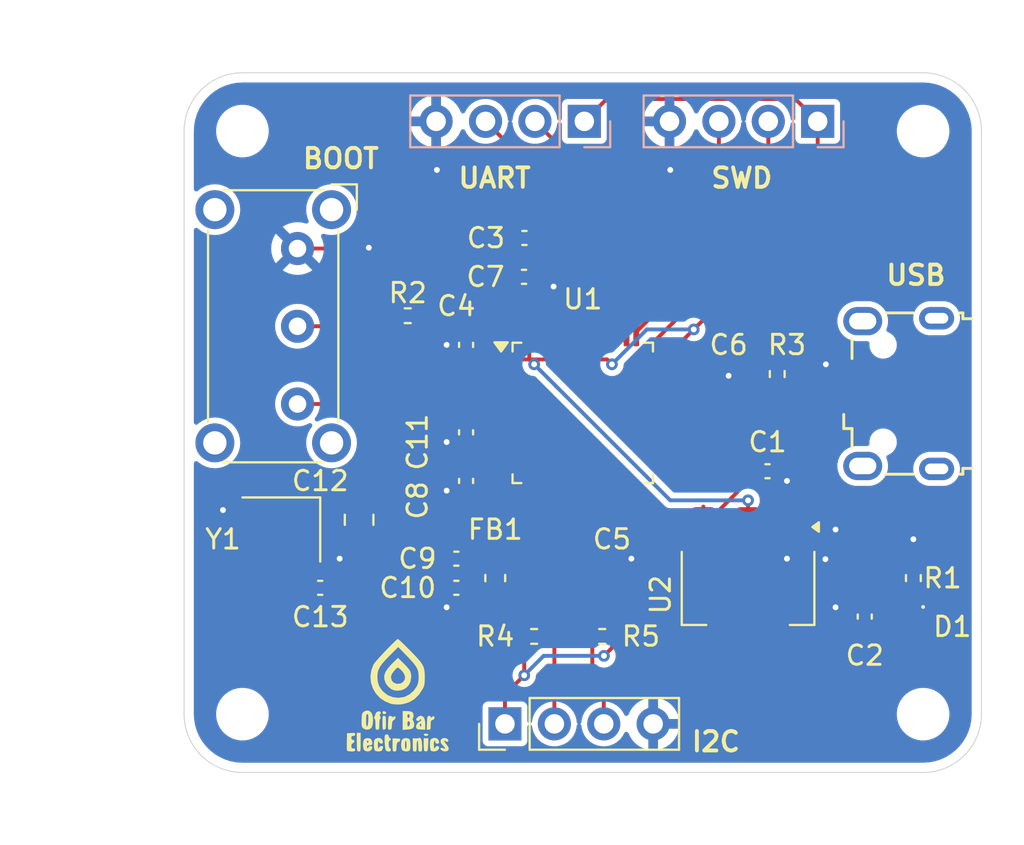
<source format=kicad_pcb>
(kicad_pcb (version 20240108) (generator "pcbnew") (generator_version "8.0")
  (layers (0 "F.Cu" signal) (31 "B.Cu" signal) (34 "B.Paste" user) (35 "F.Paste" user) (36 "B.SilkS" user "B.Silkscreen") (37 "F.SilkS" user "F.Silkscreen") (38 "B.Mask" user) (39 "F.Mask" user) (44 "Edge.Cuts" user))
  (net 0 "")
  (net 1 "GND")
  (net 2 "VBUS")
  (net 3 "+3.3V")
  (net 4 "+3.3VA")
  (net 5 "/NRST")
  (net 6 "/HSE_IN")
  (net 7 "/HSE_OUT")
  (net 8 "/Power_LED_k")
  (net 13 "/USB_D-")
  (net 15 "/USB_D+")
  (net 16 "/SWCLK")
  (net 17 "/SWDIO")
  (net 18 "/UART_Tx")
  (net 19 "/UART_Rx")
  (net 20 "/I2C_SCL")
  (net 21 "/I2C_SDA")
  (net 22 "/BOOT0")
  (net 23 "/SW")
  (footprint "Package_QFP:LQFP-48_7x7mm_P0.5mm" (layer "F.Cu") (at 112.5 74.5)
    (property "Reference" "U1" (at 0 -5.85 0) (layer "F.SilkS"))
    (property "Value" "STM32F103C8T6")
    (pad "1" smd roundrect (at -4.1625 -2.75) (size 1.475 0.3) (layers "F.Cu" "F.Paste" "F.Mask") (net 3 "+3.3V"))
    (pad "2" smd roundrect (at -4.1625 -2.25) (size 1.475 0.3) (layers "F.Cu" "F.Paste" "F.Mask"))
    (pad "3" smd roundrect (at -4.1625 -1.75) (size 1.475 0.3) (layers "F.Cu" "F.Paste" "F.Mask"))
    (pad "4" smd roundrect (at -4.1625 -1.25) (size 1.475 0.3) (layers "F.Cu" "F.Paste" "F.Mask"))
    (pad "5" smd roundrect (at -4.1625 -0.75) (size 1.475 0.3) (layers "F.Cu" "F.Paste" "F.Mask") (net 6 "/HSE_IN"))
    (pad "6" smd roundrect (at -4.1625 -0.25) (size 1.475 0.3) (layers "F.Cu" "F.Paste" "F.Mask") (net 7 "/HSE_OUT"))
    (pad "7" smd roundrect (at -4.1625 0.25) (size 1.475 0.3) (layers "F.Cu" "F.Paste" "F.Mask") (net 5 "/NRST"))
    (pad "8" smd roundrect (at -4.1625 0.75) (size 1.475 0.3) (layers "F.Cu" "F.Paste" "F.Mask") (net 1 "GND"))
    (pad "9" smd roundrect (at -4.1625 1.25) (size 1.475 0.3) (layers "F.Cu" "F.Paste" "F.Mask") (net 4 "+3.3VA"))
    (pad "10" smd roundrect (at -4.1625 1.75) (size 1.475 0.3) (layers "F.Cu" "F.Paste" "F.Mask"))
    (pad "11" smd roundrect (at -4.1625 2.25) (size 1.475 0.3) (layers "F.Cu" "F.Paste" "F.Mask"))
    (pad "12" smd roundrect (at -4.1625 2.75) (size 1.475 0.3) (layers "F.Cu" "F.Paste" "F.Mask"))
    (pad "13" smd roundrect (at -2.75 4.1625) (size 0.3 1.475) (layers "F.Cu" "F.Paste" "F.Mask"))
    (pad "14" smd roundrect (at -2.25 4.1625) (size 0.3 1.475) (layers "F.Cu" "F.Paste" "F.Mask"))
    (pad "15" smd roundrect (at -1.75 4.1625) (size 0.3 1.475) (layers "F.Cu" "F.Paste" "F.Mask"))
    (pad "16" smd roundrect (at -1.25 4.1625) (size 0.3 1.475) (layers "F.Cu" "F.Paste" "F.Mask"))
    (pad "17" smd roundrect (at -0.75 4.1625) (size 0.3 1.475) (layers "F.Cu" "F.Paste" "F.Mask"))
    (pad "18" smd roundrect (at -0.25 4.1625) (size 0.3 1.475) (layers "F.Cu" "F.Paste" "F.Mask"))
    (pad "19" smd roundrect (at 0.25 4.1625) (size 0.3 1.475) (layers "F.Cu" "F.Paste" "F.Mask"))
    (pad "20" smd roundrect (at 0.75 4.1625) (size 0.3 1.475) (layers "F.Cu" "F.Paste" "F.Mask"))
    (pad "21" smd roundrect (at 1.25 4.1625) (size 0.3 1.475) (layers "F.Cu" "F.Paste" "F.Mask") (net 20 "/I2C_SCL"))
    (pad "22" smd roundrect (at 1.75 4.1625) (size 0.3 1.475) (layers "F.Cu" "F.Paste" "F.Mask") (net 21 "/I2C_SDA"))
    (pad "23" smd roundrect (at 2.25 4.1625) (size 0.3 1.475) (layers "F.Cu" "F.Paste" "F.Mask") (net 1 "GND"))
    (pad "24" smd roundrect (at 2.75 4.1625) (size 0.3 1.475) (layers "F.Cu" "F.Paste" "F.Mask") (net 3 "+3.3V"))
    (pad "25" smd roundrect (at 4.1625 2.75) (size 1.475 0.3) (layers "F.Cu" "F.Paste" "F.Mask"))
    (pad "26" smd roundrect (at 4.1625 2.25) (size 1.475 0.3) (layers "F.Cu" "F.Paste" "F.Mask"))
    (pad "27" smd roundrect (at 4.1625 1.75) (size 1.475 0.3) (layers "F.Cu" "F.Paste" "F.Mask"))
    (pad "28" smd roundrect (at 4.1625 1.25) (size 1.475 0.3) (layers "F.Cu" "F.Paste" "F.Mask"))
    (pad "29" smd roundrect (at 4.1625 0.75) (size 1.475 0.3) (layers "F.Cu" "F.Paste" "F.Mask"))
    (pad "30" smd roundrect (at 4.1625 0.25) (size 1.475 0.3) (layers "F.Cu" "F.Paste" "F.Mask"))
    (pad "31" smd roundrect (at 4.1625 -0.25) (size 1.475 0.3) (layers "F.Cu" "F.Paste" "F.Mask"))
    (pad "32" smd roundrect (at 4.1625 -0.75) (size 1.475 0.3) (layers "F.Cu" "F.Paste" "F.Mask") (net 13 "/USB_D-"))
    (pad "33" smd roundrect (at 4.1625 -1.25) (size 1.475 0.3) (layers "F.Cu" "F.Paste" "F.Mask") (net 15 "/USB_D+"))
    (pad "34" smd roundrect (at 4.1625 -1.75) (size 1.475 0.3) (layers "F.Cu" "F.Paste" "F.Mask") (net 17 "/SWDIO"))
    (pad "35" smd roundrect (at 4.1625 -2.25) (size 1.475 0.3) (layers "F.Cu" "F.Paste" "F.Mask") (net 1 "GND"))
    (pad "36" smd roundrect (at 4.1625 -2.75) (size 1.475 0.3) (layers "F.Cu" "F.Paste" "F.Mask") (net 3 "+3.3V"))
    (pad "37" smd roundrect (at 2.75 -4.1625) (size 0.3 1.475) (layers "F.Cu" "F.Paste" "F.Mask") (net 16 "/SWCLK"))
    (pad "38" smd roundrect (at 2.25 -4.1625) (size 0.3 1.475) (layers "F.Cu" "F.Paste" "F.Mask"))
    (pad "39" smd roundrect (at 1.75 -4.1625) (size 0.3 1.475) (layers "F.Cu" "F.Paste" "F.Mask"))
    (pad "40" smd roundrect (at 1.25 -4.1625) (size 0.3 1.475) (layers "F.Cu" "F.Paste" "F.Mask"))
    (pad "41" smd roundrect (at 0.75 -4.1625) (size 0.3 1.475) (layers "F.Cu" "F.Paste" "F.Mask"))
    (pad "42" smd roundrect (at 0.25 -4.1625) (size 0.3 1.475) (layers "F.Cu" "F.Paste" "F.Mask") (net 18 "/UART_Tx"))
    (pad "43" smd roundrect (at -0.25 -4.1625) (size 0.3 1.475) (layers "F.Cu" "F.Paste" "F.Mask") (net 19 "/UART_Rx"))
    (pad "44" smd roundrect (at -0.75 -4.1625) (size 0.3 1.475) (layers "F.Cu" "F.Paste" "F.Mask") (net 22 "/BOOT0"))
    (pad "45" smd roundrect (at -1.25 -4.1625) (size 0.3 1.475) (layers "F.Cu" "F.Paste" "F.Mask"))
    (pad "46" smd roundrect (at -1.75 -4.1625) (size 0.3 1.475) (layers "F.Cu" "F.Paste" "F.Mask"))
    (pad "47" smd roundrect (at -2.25 -4.1625) (size 0.3 1.475) (layers "F.Cu" "F.Paste" "F.Mask") (net 1 "GND"))
    (pad "48" smd roundrect (at -2.75 -4.1625) (size 0.3 1.475) (layers "F.Cu" "F.Paste" "F.Mask") (net 3 "+3.3V"))
  )
  (footprint "Resistor_SMD:R_0402_1005Metric" (layer "F.Cu") (at 103.5 69.5)
    (property "Reference" "R2" (at 0 -1.17 0) (layer "F.SilkS"))
    (property "Value" "10k")
    (pad "1" smd roundrect (at -0.51 0) (size 0.54 0.64) (layers "F.Cu" "F.Paste" "F.Mask") (net 23 "/SW"))
    (pad "2" smd roundrect (at 0.51 0) (size 0.54 0.64) (layers "F.Cu" "F.Paste" "F.Mask") (net 22 "/BOOT0"))
  )
  (footprint "Package_TO_SOT_SMD:SOT-223-3_TabPin2" (layer "F.Cu") (at 121 83.5 -90)
    (property "Reference" "U2" (at 0.35 4.5 90) (layer "F.SilkS"))
    (property "Value" "AMS1117-3.3")
    (pad "1" smd roundrect (at -3.15 -2.3 270) (size 2 1.5) (layers "F.Cu" "F.Paste" "F.Mask") (net 1 "GND"))
    (pad "2" smd roundrect (at -3.15 0 270) (size 2 1.5) (layers "F.Cu" "F.Paste" "F.Mask") (net 3 "+3.3V"))
    (pad "2" smd roundrect (at 3.15 0 270) (size 2 3.8) (layers "F.Cu" "F.Paste" "F.Mask") (net 3 "+3.3V"))
    (pad "3" smd roundrect (at -3.15 2.3 270) (size 2 1.5) (layers "F.Cu" "F.Paste" "F.Mask") (net 2 "VBUS"))
  )
  (footprint "Connector_USB:USB_Micro-B_Wuerth_629105150521" (layer "F.Cu") (at 128.745 73.505 90)
    (property "Reference" "J1")
    (property "Value" "USB_B_Micro")
    (pad "" np_thru_hole oval (at -2.5 -0.8 90) (size 0.8 0.8) (drill 0.8) (layers "*.Cu" "*.Mask"))
    (pad "" np_thru_hole oval (at 2.5 -0.8 90) (size 0.8 0.8) (drill 0.8) (layers "*.Cu" "*.Mask"))
    (pad "1" smd rect (at -1.3 -1.9 90) (size 0.45 1.3) (layers "F.Cu" "F.Paste" "F.Mask") (net 2 "VBUS"))
    (pad "2" smd rect (at -0.65 -1.9 90) (size 0.45 1.3) (layers "F.Cu" "F.Paste" "F.Mask") (net 13 "/USB_D-"))
    (pad "3" smd rect (at 0 -1.9 90) (size 0.45 1.3) (layers "F.Cu" "F.Paste" "F.Mask") (net 15 "/USB_D+"))
    (pad "4" smd rect (at 0.65 -1.9 90) (size 0.45 1.3) (layers "F.Cu" "F.Paste" "F.Mask"))
    (pad "5" smd rect (at 1.3 -1.9 90) (size 0.45 1.3) (layers "F.Cu" "F.Paste" "F.Mask") (net 1 "GND"))
    (pad "6" thru_hole oval (at -3.875 1.95 90) (size 1.15 1.8) (drill oval 0.55 1.2) (layers "*.Cu" "*.Mask"))
    (pad "6" thru_hole oval (at -3.725 -1.85 90) (size 1.45 2) (drill oval 0.85 1.4) (layers "*.Cu" "*.Mask"))
    (pad "6" thru_hole oval (at 3.725 -1.85 90) (size 1.45 2) (drill oval 0.85 1.4) (layers "*.Cu" "*.Mask"))
    (pad "6" thru_hole oval (at 3.875 1.95 90) (size 1.15 1.8) (drill oval 0.55 1.2) (layers "*.Cu" "*.Mask"))
  )
  (footprint "MountingHole:MountingHole_2.2mm_M2" (layer "F.Cu") (at 130 60)
    (property "Reference" "H4")
    (property "Value" "MountingHole")
    (pad "" np_thru_hole circle (at 0 0) (size 2.2 2.2) (drill 2.2) (layers "*.Cu" "*.Mask"))
  )
  (footprint "Resistor_SMD:R_0402_1005Metric" (layer "F.Cu") (at 110 86 180)
    (property "Reference" "R4" (at 2 0 360) (layer "F.SilkS"))
    (property "Value" "1k5")
    (pad "1" smd roundrect (at -0.51 0 180) (size 0.54 0.64) (layers "F.Cu" "F.Paste" "F.Mask") (net 20 "/I2C_SCL"))
    (pad "2" smd roundrect (at 0.51 0 180) (size 0.54 0.64) (layers "F.Cu" "F.Paste" "F.Mask") (net 3 "+3.3V"))
  )
  (footprint "MountingHole:MountingHole_2.2mm_M2" (layer "F.Cu") (at 130 90)
    (property "Reference" "H2")
    (property "Value" "MountingHole")
    (pad "" np_thru_hole circle (at 0 0) (size 2.2 2.2) (drill 2.2) (layers "F&B.Cu" "*.Mask"))
  )
  (footprint "Crystal:Crystal_SMD_3225-4Pin_3.2x2.5mm" (layer "F.Cu") (at 97 80.5 180)
    (property "Reference" "Y1" (at 3 -0.5 -0) (layer "F.SilkS"))
    (property "Value" "16Mhz")
    (pad "1" smd rect (at -1.1 0.85 180) (size 1.4 1.2) (layers "F.Cu" "F.Paste" "F.Mask") (net 6 "/HSE_IN"))
    (pad "2" smd rect (at 1.1 0.85 180) (size 1.4 1.2) (layers "F.Cu" "F.Paste" "F.Mask") (net 1 "GND"))
    (pad "3" smd rect (at 1.1 -0.85 180) (size 1.4 1.2) (layers "F.Cu" "F.Paste" "F.Mask") (net 7 "/HSE_OUT"))
    (pad "4" smd rect (at -1.1 -0.85 180) (size 1.4 1.2) (layers "F.Cu" "F.Paste" "F.Mask") (net 1 "GND"))
  )
  (footprint "Capacitor_SMD:C_0402_1005Metric" (layer "F.Cu") (at 122 77.5)
    (property "Reference" "C1" (at 0 -1.5 360) (layer "F.SilkS"))
    (property "Value" "22u")
    (pad "1" smd roundrect (at -0.48 0) (size 0.56 0.62) (layers "F.Cu" "F.Paste" "F.Mask") (net 2 "VBUS"))
    (pad "2" smd roundrect (at 0.48 0) (size 0.56 0.62) (layers "F.Cu" "F.Paste" "F.Mask") (net 1 "GND"))
  )
  (footprint "Inductor_SMD:L_0603_1608Metric" (layer "F.Cu") (at 108 83 -90)
    (property "Reference" "FB1" (at -2.5 0 180) (layer "F.SilkS"))
    (property "Value" "120R")
    (pad "1" smd roundrect (at -0.7875 0 270) (size 0.875 0.95) (layers "F.Cu" "F.Paste" "F.Mask") (net 4 "+3.3VA"))
    (pad "2" smd roundrect (at 0.7875 0 270) (size 0.875 0.95) (layers "F.Cu" "F.Paste" "F.Mask") (net 3 "+3.3V"))
  )
  (footprint "Capacitor_SMD:C_0402_1005Metric" (layer "F.Cu") (at 106 82 180)
    (property "Reference" "C9" (at 2 0 360) (layer "F.SilkS"))
    (property "Value" "1u")
    (pad "1" smd roundrect (at -0.48 0 180) (size 0.56 0.62) (layers "F.Cu" "F.Paste" "F.Mask") (net 4 "+3.3VA"))
    (pad "2" smd roundrect (at 0.48 0 180) (size 0.56 0.62) (layers "F.Cu" "F.Paste" "F.Mask") (net 1 "GND"))
  )
  (footprint "Button_Switch_THT:SW_E-Switch_EG1224_SPDT_Angled" (layer "F.Cu") (at 97.8325 66.0425 -90)
    (property "Reference" "SW1" (hide yes))
    (property "Value" "SW_SPDT")
    (pad "" thru_hole circle (at -2 -1.75 270) (size 2 2) (drill 1.2) (layers "*.Cu" "*.Mask"))
    (pad "" thru_hole circle (at -2 4.25 270) (size 2 2) (drill 1.2) (layers "*.Cu" "*.Mask"))
    (pad "" thru_hole circle (at 10 -1.75 270) (size 2 2) (drill 1.2) (layers "*.Cu" "*.Mask"))
    (pad "" thru_hole circle (at 10 4.25 270) (size 2 2) (drill 1.2) (layers "*.Cu" "*.Mask"))
    (pad "1" thru_hole circle (at 0 0 270) (size 1.7 1.7) (drill 0.9) (layers "*.Cu" "*.Mask") (net 1 "GND"))
    (pad "2" thru_hole circle (at 4 0 270) (size 1.7 1.7) (drill 0.9) (layers "*.Cu" "*.Mask") (net 23 "/SW"))
    (pad "3" thru_hole circle (at 8 0 270) (size 1.7 1.7) (drill 0.9) (layers "*.Cu" "*.Mask") (net 3 "+3.3V"))
  )
  (footprint "Capacitor_SMD:C_0805_2012Metric" (layer "F.Cu") (at 101 80 -90)
    (property "Reference" "C12" (at -2 2 360) (layer "F.SilkS"))
    (property "Value" "10p")
    (pad "1" smd roundrect (at -0.95 0 270) (size 1 1.45) (layers "F.Cu" "F.Paste" "F.Mask") (net 6 "/HSE_IN"))
    (pad "2" smd roundrect (at 0.95 0 270) (size 1 1.45) (layers "F.Cu" "F.Paste" "F.Mask") (net 1 "GND"))
  )
  (footprint "Capacitor_SMD:C_0402_1005Metric" (layer "F.Cu") (at 106.5 71 90)
    (property "Reference" "C4" (at 2 -0.5 360) (layer "F.SilkS"))
    (property "Value" "100n")
    (pad "1" smd roundrect (at -0.48 0 90) (size 0.56 0.62) (layers "F.Cu" "F.Paste" "F.Mask") (net 3 "+3.3V"))
    (pad "2" smd roundrect (at 0.48 0 90) (size 0.56 0.62) (layers "F.Cu" "F.Paste" "F.Mask") (net 1 "GND"))
  )
  (footprint "Capacitor_SMD:C_0402_1005Metric" (layer "F.Cu") (at 127 84.98 90)
    (property "Reference" "C2" (at -2 0 180) (layer "F.SilkS"))
    (property "Value" "22u")
    (pad "1" smd roundrect (at -0.48 0 90) (size 0.56 0.62) (layers "F.Cu" "F.Paste" "F.Mask") (net 3 "+3.3V"))
    (pad "2" smd roundrect (at 0.48 0 90) (size 0.56 0.62) (layers "F.Cu" "F.Paste" "F.Mask") (net 1 "GND"))
  )
  (footprint "Capacitor_SMD:C_0402_1005Metric" (layer "F.Cu") (at 106.5 75.5 -90)
    (property "Reference" "C11" (at 0.5 2.5 90) (layer "F.SilkS"))
    (property "Value" "100n")
    (pad "1" smd roundrect (at -0.48 0 270) (size 0.56 0.62) (layers "F.Cu" "F.Paste" "F.Mask") (net 5 "/NRST"))
    (pad "2" smd roundrect (at 0.48 0 270) (size 0.56 0.62) (layers "F.Cu" "F.Paste" "F.Mask") (net 1 "GND"))
  )
  (footprint "MountingHole:MountingHole_2.2mm_M2" (layer "F.Cu") (at 95 60)
    (property "Reference" "H3")
    (property "Value" "MountingHole")
    (pad "" np_thru_hole circle (at 0 0) (size 2.2 2.2) (drill 2.2) (layers "*.Cu" "*.Mask"))
  )
  (footprint "Capacitor_SMD:C_0402_1005Metric" (layer "F.Cu") (at 109.48 67.5)
    (property "Reference" "C7" (at -1.98 0 0) (layer "F.SilkS"))
    (property "Value" "100n")
    (pad "1" smd roundrect (at -0.48 0) (size 0.56 0.62) (layers "F.Cu" "F.Paste" "F.Mask") (net 3 "+3.3V"))
    (pad "2" smd roundrect (at 0.48 0) (size 0.56 0.62) (layers "F.Cu" "F.Paste" "F.Mask") (net 1 "GND"))
  )
  (footprint "Capacitor_SMD:C_0402_1005Metric" (layer "F.Cu") (at 99 83.5)
    (property "Reference" "C13" (at 0 1.5 360) (layer "F.SilkS"))
    (property "Value" "10p")
    (pad "1" smd roundrect (at -0.48 0) (size 0.56 0.62) (layers "F.Cu" "F.Paste" "F.Mask") (net 7 "/HSE_OUT"))
    (pad "2" smd roundrect (at 0.48 0) (size 0.56 0.62) (layers "F.Cu" "F.Paste" "F.Mask") (net 1 "GND"))
  )
  (footprint "Capacitor_SMD:C_0201_0603Metric" (layer "F.Cu") (at 116 81 180)
    (property "Reference" "C5" (at 2 0 360) (layer "F.SilkS"))
    (property "Value" "100n")
    (pad "1" smd roundrect (at -0.32 0 180) (size 0.46 0.4) (layers "F.Cu" "F.Mask") (net 3 "+3.3V"))
    (pad "2" smd roundrect (at 0.32 0 180) (size 0.46 0.4) (layers "F.Cu" "F.Mask") (net 1 "GND"))
  )
  (footprint "Connector_PinHeader_2.54mm:PinHeader_1x04_P2.54mm_Vertical" (layer "F.Cu") (at 108.5 90.5 90)
    (property "Reference" "J4")
    (property "Value" "Conn_01x04_Pin")
    (pad "1" thru_hole rect (at 0 0 90) (size 1.7 1.7) (drill 1) (layers "*.Cu" "*.Mask") (net 3 "+3.3V"))
    (pad "2" thru_hole oval (at 0 2.54 90) (size 1.7 1.7) (drill 1) (layers "*.Cu" "*.Mask") (net 20 "/I2C_SCL"))
    (pad "3" thru_hole oval (at 0 5.08 90) (size 1.7 1.7) (drill 1) (layers "*.Cu" "*.Mask") (net 21 "/I2C_SDA"))
    (pad "4" thru_hole oval (at 0 7.62 90) (size 1.7 1.7) (drill 1) (layers "*.Cu" "*.Mask") (net 1 "GND"))
  )
  (footprint "Resistor_SMD:R_0402_1005Metric" (layer "F.Cu") (at 122.5 72.5 90)
    (property "Reference" "R3" (at 1.5 0.5 180) (layer "F.SilkS"))
    (property "Value" "1k5")
    (pad "1" smd roundrect (at -0.51 0 90) (size 0.54 0.64) (layers "F.Cu" "F.Paste" "F.Mask") (net 15 "/USB_D+"))
    (pad "2" smd roundrect (at 0.51 0 90) (size 0.54 0.64) (layers "F.Cu" "F.Paste" "F.Mask") (net 3 "+3.3V"))
  )
  (footprint "Capacitor_SMD:C_0402_1005Metric" (layer "F.Cu") (at 106.5 78 -90)
    (property "Reference" "C8" (at 1 2.5 90) (layer "F.SilkS"))
    (property "Value" "10u")
    (pad "1" smd roundrect (at -0.48 0 270) (size 0.56 0.62) (layers "F.Cu" "F.Paste" "F.Mask") (net 4 "+3.3VA"))
    (pad "2" smd roundrect (at 0.48 0 270) (size 0.56 0.62) (layers "F.Cu" "F.Paste" "F.Mask") (net 1 "GND"))
  )
  (footprint "LOGO" (layer "F.Cu") (at 103 89)
    (property "Reference" "G***")
    (property "Value" "LOGO" (hide yes))
  )
  (footprint "Capacitor_SMD:C_0402_1005Metric" (layer "F.Cu") (at 109.5 65.5)
    (property "Reference" "C3" (at -1.98 0 0) (layer "F.SilkS"))
    (property "Value" "10u")
    (pad "1" smd roundrect (at -0.48 0) (size 0.56 0.62) (layers "F.Cu" "F.Paste" "F.Mask") (net 3 "+3.3V"))
    (pad "2" smd roundrect (at 0.48 0) (size 0.56 0.62) (layers "F.Cu" "F.Paste" "F.Mask") (net 1 "GND"))
  )
  (footprint "Resistor_SMD:R_0402_1005Metric" (layer "F.Cu") (at 113.5 86)
    (property "Reference" "R5" (at 1.99 0 0) (layer "F.SilkS"))
    (property "Value" "1k5")
    (pad "1" smd roundrect (at -0.51 0) (size 0.54 0.64) (layers "F.Cu" "F.Paste" "F.Mask") (net 21 "/I2C_SDA"))
    (pad "2" smd roundrect (at 0.51 0) (size 0.54 0.64) (layers "F.Cu" "F.Paste" "F.Mask") (net 3 "+3.3V"))
  )
  (footprint "Capacitor_SMD:C_0402_1005Metric" (layer "F.Cu") (at 106 83.5 180)
    (property "Reference" "C10" (at 2.5 0 360) (layer "F.SilkS"))
    (property "Value" "1u")
    (pad "1" smd roundrect (at -0.48 0 180) (size 0.56 0.62) (layers "F.Cu" "F.Paste" "F.Mask") (net 3 "+3.3V"))
    (pad "2" smd roundrect (at 0.48 0 180) (size 0.56 0.62) (layers "F.Cu" "F.Paste" "F.Mask") (net 1 "GND"))
  )
  (footprint "LED_SMD:LED_0201_0603Metric" (layer "F.Cu") (at 130 85.345 -90)
    (property "Reference" "D1" (at 0.155 -1.5 180) (layer "F.SilkS"))
    (property "Value" "RED")
    (pad "1" smd roundrect (at -0.32 0 270) (size 0.46 0.4) (layers "F.Cu" "F.Mask") (net 8 "/Power_LED_k"))
    (pad "2" smd roundrect (at 0.32 0 270) (size 0.46 0.4) (layers "F.Cu" "F.Mask") (net 3 "+3.3V"))
  )
  (footprint "Resistor_SMD:R_0402_1005Metric" (layer "F.Cu") (at 129.5 83 -90)
    (property "Reference" "R1" (at 0 -1.5 360) (layer "F.SilkS"))
    (property "Value" "1k5")
    (pad "1" smd roundrect (at -0.51 0 270) (size 0.54 0.64) (layers "F.Cu" "F.Paste" "F.Mask") (net 1 "GND"))
    (pad "2" smd roundrect (at 0.51 0 270) (size 0.54 0.64) (layers "F.Cu" "F.Paste" "F.Mask") (net 8 "/Power_LED_k"))
  )
  (footprint "MountingHole:MountingHole_2.2mm_M2" (layer "F.Cu") (at 95 90)
    (property "Reference" "H1")
    (property "Value" "MountingHole")
    (pad "" np_thru_hole circle (at 0 0) (size 2.2 2.2) (drill 2.2) (layers "*.Cu" "*.Mask"))
  )
  (footprint "Capacitor_SMD:C_0201_0603Metric" (layer "F.Cu") (at 118.5 72 -90)
    (property "Reference" "C6" (at -1 -1.5 360) (layer "F.SilkS"))
    (property "Value" "100n")
    (pad "1" smd roundrect (at -0.32 0 270) (size 0.46 0.4) (layers "F.Cu" "F.Mask") (net 3 "+3.3V"))
    (pad "2" smd roundrect (at 0.32 0 270) (size 0.46 0.4) (layers "F.Cu" "F.Mask") (net 1 "GND"))
  )
  (footprint "Connector_PinHeader_2.54mm:PinHeader_1x04_P2.54mm_Vertical" (layer "B.Cu") (at 124.58 59.5 90)
    (property "Reference" "J3")
    (property "Value" "Conn_01x04_Pin")
    (pad "1" thru_hole rect (at 0 0 90) (size 1.7 1.7) (drill 1) (layers "*.Cu" "*.Mask") (net 3 "+3.3V"))
    (pad "2" thru_hole oval (at 0 -2.54 90) (size 1.7 1.7) (drill 1) (layers "*.Cu" "*.Mask") (net 17 "/SWDIO"))
    (pad "3" thru_hole oval (at 0 -5.08 90) (size 1.7 1.7) (drill 1) (layers "*.Cu" "*.Mask") (net 16 "/SWCLK"))
    (pad "4" thru_hole oval (at 0 -7.62 90) (size 1.7 1.7) (drill 1) (layers "*.Cu" "*.Mask") (net 1 "GND"))
  )
  (footprint "Connector_PinHeader_2.54mm:PinHeader_1x04_P2.54mm_Vertical" (layer "B.Cu") (at 112.58 59.5 90)
    (property "Reference" "J2")
    (property "Value" "Conn_01x04_Pin")
    (pad "1" thru_hole rect (at 0 0 90) (size 1.7 1.7) (drill 1) (layers "*.Cu" "*.Mask") (net 3 "+3.3V"))
    (pad "2" thru_hole oval (at 0 -2.54 90) (size 1.7 1.7) (drill 1) (layers "*.Cu" "*.Mask") (net 18 "/UART_Tx"))
    (pad "3" thru_hole oval (at 0 -5.08 90) (size 1.7 1.7) (drill 1) (layers "*.Cu" "*.Mask") (net 19 "/UART_Rx"))
    (pad "4" thru_hole oval (at 0 -7.62 90) (size 1.7 1.7) (drill 1) (layers "*.Cu" "*.Mask") (net 1 "GND"))
  )
  (gr_arc (start 92 60) (mid 92.87868 57.87868) (end 95 57) (stroke (width 0.05)) (layer "Edge.Cuts"))
  (gr_line (start 130 57) (end 100 57) (stroke (width 0.05)) (layer "Edge.Cuts"))
  (gr_line (start 100 57) (end 95 57) (stroke (width 0.05)) (layer "Edge.Cuts"))
  (gr_arc (start 130 57) (mid 132.12132 57.87868) (end 133 60) (stroke (width 0.05)) (layer "Edge.Cuts"))
  (gr_arc (start 95 93) (mid 92.87868 92.12132) (end 92 90) (stroke (width 0.05)) (layer "Edge.Cuts"))
  (gr_line (start 133 90) (end 133 60) (stroke (width 0.05)) (layer "Edge.Cuts"))
  (gr_line (start 95 93) (end 130 93) (stroke (width 0.05)) (layer "Edge.Cuts"))
  (gr_line (start 92 60) (end 92 90) (stroke (width 0.05)) (layer "Edge.Cuts"))
  (gr_arc (start 133 90) (mid 132.12132 92.12132) (end 130 93) (stroke (width 0.05)) (layer "Edge.Cuts"))
  (gr_text "BOOT\n" (at 98 62 0) (layer "F.SilkS") (effects (font (size 1 1) (thickness 0.2) (bold yes)) (justify left bottom)))
  (gr_text "USB" (at 128 68 0) (layer "F.SilkS") (effects (font (size 1 1) (thickness 0.2) (bold yes)) (justify left bottom)))
  (gr_text "UART" (at 106 63 0) (layer "F.SilkS") (effects (font (size 1 1) (thickness 0.2) (bold yes)) (justify left bottom)))
  (gr_text "SWD\n" (at 119 63 0) (layer "F.SilkS") (effects (font (size 1 1) (thickness 0.2) (bold yes)) (justify left bottom)))
  (gr_text "I2C" (at 118 92 0) (layer "F.SilkS") (effects (font (size 1 1) (thickness 0.2) (bold yes)) (justify left bottom)))
  (segment (start 109.98 67.02) (end 109.98 65.5) (width 0.2) (layer "F.Cu") (net 1))
  (segment (start 115.68 81.32) (end 115 82) (width 0.18) (layer "F.Cu") (net 1))
  (segment (start 123.3 80.35) (end 124.975 82.025) (width 0.2) (layer "F.Cu") (net 1))
  (segment (start 105.52 78.48) (end 105.5 78.5) (width 0.2) (layer "F.Cu") (net 1))
  (segment (start 114.75 80.07) (end 115.68 81) (width 0.18) (layer "F.Cu") (net 1))
  (segment (start 106.5 78.48) (end 105.52 78.48) (width 0.2) (layer "F.Cu") (net 1))
  (segment (start 124.975 82.025) (end 127 84.05) (width 0.2) (layer "F.Cu") (net 1))
  (segment (start 122.5 77.5) (end 123 78) (width 0.2) (layer "F.Cu") (net 1))
  (segment (start 127.5 84.5) (end 129.5 82.5) (width 0.2) (layer "F.Cu") (net 1))
  (segment (start 123.3 80.35) (end 125.35 80.35) (width 0.2) (layer "F.Cu") (net 1))
  (segment (start 110.25 68.75) (end 111 68) (width 0.2) (layer "F.Cu") (net 1))
  (segment (start 95.9 79.65) (end 94.15 79.65) (width 0.2) (layer "F.Cu") (net 1))
  (segment (start 106.5 75.98) (end 105.52 75.98) (width 0.2) (layer "F.Cu") (net 1))
  (segment (start 127 84.05) (end 127 84.5) (width 0.2) (layer "F.Cu") (net 1))
  (segment (start 110.25 70.3375) (end 110.25 68.75) (width 0.2) (layer "F.Cu") (net 1))
  (segment (start 94.15 79.65) (end 94 79.5) (width 0.2) (layer "F.Cu") (net 1))
  (segment (start 129.5 82.5) (end 129.5 82.49) (width 0.2) (layer "F.Cu") (net 1))
  (segment (start 127 84.5) (end 127.5 84.5) (width 0.2) (layer "F.Cu") (net 1))
  (segment (start 109.96 67.5) (end 109.96 67.04) (width 0.2) (layer "F.Cu") (net 1))
  (segment (start 101.4575 66.0425) (end 97.8325 66.0425) (width 0.2) (layer "F.Cu") (net 1))
  (segment (start 106.5 78.48) (end 106.5 79.5) (width 0.2) (layer "F.Cu") (net 1))
  (segment (start 123.3 81.7) (end 123 82) (width 0.2) (layer "F.Cu") (net 1))
  (segment (start 116.6625 72.25) (end 118.43 72.25) (width 0.18) (layer "F.Cu") (net 1))
  (segment (start 98 81.35) (end 98.1 81.35) (width 0.2) (layer "F.Cu") (net 1))
  (segment (start 123.3 80.35) (end 123.3 79.32) (width 0.2) (layer "F.Cu") (net 1))
  (segment (start 101.5 66) (end 101.4575 66.0425) (width 0.2) (layer "F.Cu") (net 1))
  (segment (start 126.845 72.205) (end 125.205 72.205) (width 0.2) (layer "F.Cu") (net 1))
  (segment (start 114.75 78.6625) (end 114.75 80.07) (width 0.18) (layer "F.Cu") (net 1))
  (segment (start 107.23 75.25) (end 106.5 75.98) (width 0.2) (layer "F.Cu") (net 1))
  (segment (start 105.52 75.98) (end 105.5 76) (width 0.2) (layer "F.Cu") (net 1))
  (segment (start 109.96 67.04) (end 109.98 67.02) (width 0.2) (layer "F.Cu") (net 1))
  (segment (start 105 61.5) (end 104.96 61.46) (width 0.2) (layer "F.Cu") (net 1))
  (segment (start 105.52 80.52) (end 105.52 82) (width 0.2) (layer "F.Cu") (net 1))
  (segment (start 95.9 79.65) (end 96.3 79.65) (width 0.2) (layer "F.Cu") (net 1))
  (segment (start 98.1 81.35) (end 100.6 81.35) (width 0.2) (layer "F.Cu") (net 1))
  (segment (start 110.25 68.75) (end 109.96 68.46) (width 0.2) (layer "F.Cu") (net 1))
  (segment (start 115.68 81) (end 115.68 81.32) (width 0.18) (layer "F.Cu") (net 1))
  (segment (start 125.35 80.35) (end 125.5 80.5) (width 0.2) (layer "F.Cu") (net 1))
  (segment (start 105.52 83.5) (end 105.52 84.48) (width 0.2) (layer "F.Cu") (net 1))
  (segment (start 105.5 80.5) (end 105.52 80.52) (width 0.2) (layer "F.Cu") (net 1))
  (segment (start 106.5 70.52) (end 105.98 70.52) (width 0.2) (layer "F.Cu") (net 1))
  (segment (start 117 62) (end 116.96 61.96) (width 0.2) (layer "F.Cu") (net 1))
  (segment (start 122.48 77.5) (end 122.5 77.5) (width 0.2) (layer "F.Cu") (net 1))
  (segment (start 125.205 72.205) (end 125 72) (width 0.2) (layer "F.Cu") (net 1))
  (segment (start 101 81) (end 100 82) (width 0.2) (layer "F.Cu") (net 1))
  (segment (start 119.230388 72.32) (end 119.500388 72.59) (width 0.18) (layer "F.Cu") (net 1))
  (segment (start 98.1 81.35) (end 99.48 82.73) (width 0.2) (layer "F.Cu") (net 1))
  (segment (start 129.5 82.49) (end 129.5 81) (width 0.2) (layer "F.Cu") (net 1))
  (segment (start 96.3 79.65) (end 98 81.35) (width 0.2) (layer "F.Cu") (net 1))
  (segment (start 105.52 84.48) (end 105.5 84.5) (width 0.2) (layer "F.Cu") (net 1))
  (segment (start 100.6 81.35) (end 101 80.95) (width 0.2) (layer "F.Cu") (net 1))
  (segment (start 104.96 61.46) (end 104.96 59.5) (width 0.2) (layer "F.Cu") (net 1))
  (segment (start 108.3375 75.25) (end 107.23 75.25) (width 0.2) (layer "F.Cu") (net 1))
  (segment (start 105 62) (end 105 61.5) (width 0.2) (layer "F.Cu") (net 1))
  (segment (start 105.52 82) (end 105.52 83.5) (width 0.2) (layer "F.Cu") (net 1))
  (segment (start 106.5 79.5) (end 105.5 80.5) (width 0.2) (layer "F.Cu") (net 1))
  (segment (start 118.43 72.25) (end 118.5 72.32) (width 0.2) (layer "F.Cu") (net 1))
  (segment (start 116.96 61.96) (end 116.96 59.5) (width 0.2) (layer "F.Cu") (net 1))
  (segment (start 123.3 80.35) (end 123.3 81.7) (width 0.2) (layer "F.Cu") (net 1))
  (segment (start 101 80.95) (end 101 81) (width 0.2) (layer "F.Cu") (net 1))
  (segment (start 109.96 68.46) (end 109.96 67.5) (width 0.2) (layer "F.Cu") (net 1))
  (segment (start 127 84.5) (end 125.5 84.5) (width 0.2) (layer "F.Cu") (net 1))
  (segment (start 119.500388 72.59) (end 120 72.59) (width 0.18) (layer "F.Cu") (net 1))
  (segment (start 99.48 82.73) (end 99.48 83.5) (width 0.2) (layer "F.Cu") (net 1))
  (segment (start 118.5 72.32) (end 119.230388 72.32) (width 0.18) (layer "F.Cu") (net 1))
  (segment (start 105.98 70.52) (end 105.5 71) (width 0.2) (layer "F.Cu") (net 1))
  (segment (start 97.85 81.35) (end 98.1 81.35) (width 0.2) (layer "F.Cu") (net 1))
  (via (at 125 72) (size 0.6) (drill 0.3) (layers "F.Cu" "B.Cu") (net 1))
  (via (at 105 62) (size 0.6) (drill 0.3) (layers "F.Cu" "B.Cu") (net 1))
  (via (at 123 78) (size 0.6) (drill 0.3) (layers "F.Cu" "B.Cu") (net 1))
  (via (at 125.5 80.5) (size 0.6) (drill 0.3) (layers "F.Cu" "B.Cu") (net 1))
  (via (at 100 82) (size 0.6) (drill 0.3) (layers "F.Cu" "B.Cu") (net 1))
  (via (at 125.5 84.5) (size 0.6) (drill 0.3) (layers "F.Cu" "B.Cu") (net 1))
  (via (at 105.5 78.5) (size 0.6) (drill 0.3) (layers "F.Cu" "B.Cu") (net 1))
  (via (at 124.975 82.025) (size 0.6) (drill 0.3) (layers "F.Cu" "B.Cu") (net 1))
  (via (at 105.5 76) (size 0.6) (drill 0.3) (layers "F.Cu" "B.Cu") (net 1))
  (via (at 129.5 81) (size 0.6) (drill 0.3) (layers "F.Cu" "B.Cu") (net 1))
  (via (at 105.5 71) (size 0.6) (drill 0.3) (layers "F.Cu" "B.Cu") (net 1))
  (via (at 115 82) (size 0.6) (drill 0.3) (layers "F.Cu" "B.Cu") (net 1))
  (via (at 111 68) (size 0.6) (drill 0.3) (layers "F.Cu" "B.Cu") (net 1))
  (via (at 120 72.59) (size 0.6) (drill 0.3) (layers "F.Cu" "B.Cu") (net 1))
  (via (at 123 82) (size 0.6) (drill 0.3) (layers "F.Cu" "B.Cu") (net 1))
  (via (at 94 79.5) (size 0.6) (drill 0.3) (layers "F.Cu" "B.Cu") (net 1))
  (via (at 117 62) (size 0.6) (drill 0.3) (layers "F.Cu" "B.Cu") (net 1))
  (via (at 101.5 66) (size 0.6) (drill 0.3) (layers "F.Cu" "B.Cu") (net 1))
  (via (at 105.5 84.5) (size 0.6) (drill 0.3) (layers "F.Cu" "B.Cu") (net 1))
  (segment (start 118.7 80.35) (end 118.7 79.32) (width 0.2) (layer "F.Cu") (net 2))
  (segment (start 121.52 77.5) (end 121.52 77.48) (width 0.2) (layer "F.Cu") (net 2))
  (segment (start 124.195 74.805) (end 126.845 74.805) (width 0.2) (layer "F.Cu") (net 2))
  (segment (start 118.7 80.32) (end 121.52 77.5) (width 0.2) (layer "F.Cu") (net 2))
  (segment (start 121.52 77.48) (end 124.195 74.805) (width 0.2) (layer "F.Cu") (net 2))
  (segment (start 118.7 80.35) (end 118.7 80.32) (width 0.2) (layer "F.Cu") (net 2))
  (segment (start 123.43 58.35) (end 113.73 58.35) (width 0.2) (layer "F.Cu") (net 3))
  (segment (start 116.62 71.68) (end 118.5 71.68) (width 0.18) (layer "F.Cu") (net 3))
  (segment (start 114.01 86) (end 114.01 84.99) (width 0.2) (layer "F.Cu") (net 3))
  (segment (start 118.5 71.68) (end 119.32 71.68) (width 0.18) (layer "F.Cu") (net 3))
  (segment (start 114.01 84.99) (end 116 83) (width 0.2) (layer "F.Cu") (net 3))
  (segment (start 108 83.7875) (end 106.7675 83.7875) (width 0.2) (layer "F.Cu") (net 3))
  (segment (start 109.75 71.75) (end 108.3375 71.75) (width 0.2) (layer "F.Cu") (net 3))
  (segment (start 113.75 71.75) (end 114 72) (width 0.2) (layer "F.Cu") (net 3))
  (segment (start 113.73 58.35) (end 112.58 59.5) (width 0.2) (layer "F.Cu") (net 3))
  (segment (start 121 80.35) (end 121 86.65) (width 0.2) (layer "F.Cu") (net 3))
  (segment (start 116.32 82.32) (end 117 83) (width 0.2) (layer "F.Cu") (net 3))
  (segment (start 109.75 71.75) (end 113.75 71.75) (width 0.2) (layer "F.Cu") (net 3))
  (segment (start 116.5 71.8) (end 116.62 71.68) (width 0.2) (layer "F.Cu") (net 3))
  (segment (start 97.8325 74.0425) (end 101.4575 74.0425) (width 0.2) (layer "F.Cu") (net 3))
  (segment (start 125.81 86.65) (end 127 85.46) (width 0.2) (layer "F.Cu") (net 3))
  (segment (start 116 83) (end 117 83) (width 0.2) (layer "F.Cu") (net 3))
  (segment (start 115.25 78.6625) (end 115.25 78.854594) (width 0.2) (layer "F.Cu") (net 3))
  (segment (start 124.58 63.8325) (end 124.58 59.5) (width 0.2) (layer "F.Cu") (net 3))
  (segment (start 119.63 71.99) (end 122.5 71.99) (width 0.2) (layer "F.Cu") (net 3))
  (segment (start 109.49 85.2775) (end 108 83.7875) (width 0.2) (layer "F.Cu") (net 3))
  (segment (start 119.32 71.68) (end 119.63 71.99) (width 0.2) (layer "F.Cu") (net 3))
  (segment (start 108.5 88.99) (end 108.5 90.5) (width 0.2) (layer "F.Cu") (net 3))
  (segment (start 108.3375 71.75) (end 106.77 71.75) (width 0.2) (layer "F.Cu") (net 3))
  (segment (start 106 69.5) (end 108.9125 69.5) (width 0.2) (layer "F.Cu") (net 3))
  (segment (start 116.32 81) (end 116.32 82.32) (width 0.2) (layer "F.Cu") (net 3))
  (segment (start 109.75 69.25) (end 109 68.5) (width 0.2) (layer "F.Cu") (net 3))
  (segment (start 118.20625 70.20625) (end 124.58 63.8325) (width 0.2) (layer "F.Cu") (net 3))
  (segment (start 101.4575 74.0425) (end 106 69.5) (width 0.2) (layer "F.Cu") (net 3))
  (segment (start 109.49 88) (end 109.49 85.2775) (width 0.2) (layer "F.Cu") (net 3))
  (segment (start 109 68.5) (end 109 67.5) (width 0.2) (layer "F.Cu") (net 3))
  (segment (start 127.665 85.665) (end 130 85.665) (width 0.18) (layer "F.Cu") (net 3))
  (segment (start 109 65.52) (end 109.02 65.5) (width 0.2) (layer "F.Cu") (net 3))
  (segment (start 115.25 78.6625) (end 115.25 79.75) (width 0.2) (layer "F.Cu") (net 3))
  (segment (start 109.75 70.3375) (end 109.75 69.25) (width 0.2) (layer "F.Cu") (net 3))
  (segment (start 117 83) (end 118.35 83) (width 0.2) (layer "F.Cu") (net 3))
  (segment (start 127.46 85.46) (end 127.665 85.665) (width 0.2) (layer "F.Cu") (net 3))
  (segment (start 115.25 79.75) (end 115.5 80) (width 0.2) (layer "F.Cu") (net 3))
  (segment (start 124.58 59.5) (end 123.43 58.35) (width 0.2) (layer "F.Cu") (net 3))
  (segment (start 114.01 86) (end 114.01 86.58) (width 0.2) (layer "F.Cu") (net 3))
  (segment (start 116.6625 71.75) (end 118.20625 70.20625) (width 0.2) (layer "F.Cu") (net 3))
  (segment (start 108.9125 69.5) (end 109.75 70.3375) (width 0.2) (layer "F.Cu") (net 3))
  (segment (start 121 81) (end 121 80.35) (width 0.2) (layer "F.Cu") (net 3))
  (segment (start 115.5 80) (end 116 80) (width 0.2) (layer "F.Cu") (net 3))
  (segment (start 118.35 83) (end 121 80.35) (width 0.2) (layer "F.Cu") (net 3))
  (segment (start 116.6625 71.75) (end 116.6625 71.8) (width 0.2) (layer "F.Cu") (net 3))
  (segment (start 109.75 71.75) (end 109.75 70.3375) (width 0.2) (layer "F.Cu") (net 3))
  (segment (start 121 80.35) (end 121 79) (width 0.2) (layer "F.Cu") (net 3))
  (segment (start 121 86.65) (end 125.81 86.65) (width 0.2) (layer "F.Cu") (net 3))
  (segment (start 116.6625 71.8) (end 116.5 71.8) (width 0.2) (layer "F.Cu") (net 3))
  (segment (start 110 72) (end 109.75 71.75) (width 0.2) (layer "F.Cu") (net 3))
  (segment (start 127 85.46) (end 127.46 85.46) (width 0.2) (layer "F.Cu") (net 3))
  (segment (start 114.01 86.58) (end 113.59 87) (width 0.2) (layer "F.Cu") (net 3))
  (segment (start 116.32 80.32) (end 116.32 81) (width 0.2) (layer "F.Cu") (net 3))
  (segment (start 116 80) (end 116.32 80.32) (width 0.2) (layer "F.Cu") (net 3))
  (segment (start 109 67.5) (end 109 65.52) (width 0.2) (layer "F.Cu") (net 3))
  (segment (start 106.77 71.75) (end 106.5 71.48) (width 0.2) (layer "F.Cu") (net 3))
  (segment (start 106.7675 83.7875) (end 106.48 83.5) (width 0.2) (layer "F.Cu") (net 3))
  (segment (start 109.49 88) (end 108.5 88.99) (width 0.2) (layer "F.Cu") (net 3))
  (via (at 113.59 87) (size 0.6) (drill 0.3) (layers "F.Cu" "B.Cu") (net 3))
  (via (at 109.49 88) (size 0.6) (drill 0.3) (layers "F.Cu" "B.Cu") (net 3))
  (via (at 114 72) (size 0.6) (drill 0.3) (layers "F.Cu" "B.Cu") (net 3))
  (via (at 110 72) (size 0.6) (drill 0.3) (layers "F.Cu" "B.Cu") (net 3))
  (via (at 118.20625 70.20625) (size 0.6) (drill 0.3) (layers "F.Cu" "B.Cu") (net 3))
  (via (at 121 79) (size 0.6) (drill 0.3) (layers "F.Cu" "B.Cu") (net 3))
  (segment (start 115.79375 70.20625) (end 114 72) (width 0.2) (layer "B.Cu") (net 3))
  (segment (start 118.20625 70.20625) (end 115.79375 70.20625) (width 0.2) (layer "B.Cu") (net 3))
  (segment (start 110.49 87) (end 113.59 87) (width 0.2) (layer "B.Cu") (net 3))
  (segment (start 109.49 88) (end 110.49 87) (width 0.2) (layer "B.Cu") (net 3))
  (segment (start 117 79) (end 110 72) (width 0.2) (layer "B.Cu") (net 3))
  (segment (start 121 79) (end 117 79) (width 0.2) (layer "B.Cu") (net 3))
  (segment (start 108 79) (end 108 82.2125) (width 0.2) (layer "F.Cu") (net 4))
  (segment (start 107.3 76.72) (end 106.5 77.52) (width 0.2) (layer "F.Cu") (net 4))
  (segment (start 106.6925 82.2125) (end 106.48 82) (width 0.2) (layer "F.Cu") (net 4))
  (segment (start 108.3375 75.75) (end 107.56759 75.75) (width 0.2) (layer "F.Cu") (net 4))
  (segment (start 106.5 77.52) (end 106.52 77.52) (width 0.2) (layer "F.Cu") (net 4))
  (segment (start 106.52 77.52) (end 108 79) (width 0.2) (layer "F.Cu") (net 4))
  (segment (start 107.3 76.01759) (end 107.3 76.72) (width 0.2) (layer "F.Cu") (net 4))
  (segment (start 107.56759 75.75) (end 107.3 76.01759) (width 0.2) (layer "F.Cu") (net 4))
  (segment (start 108 82.2125) (end 106.6925 82.2125) (width 0.2) (layer "F.Cu") (net 4))
  (segment (start 108.3375 74.75) (end 106.77 74.75) (width 0.2) (layer "F.Cu") (net 5))
  (segment (start 106.77 74.75) (end 106.5 75.02) (width 0.2) (layer "F.Cu") (net 5))
  (segment (start 98.7 79.05) (end 98.1 79.65) (width 0.2) (layer "F.Cu") (net 6))
  (segment (start 108.3375 73.75) (end 104.75 73.75) (width 0.2) (layer "F.Cu") (net 6))
  (segment (start 101 79.05) (end 98.7 79.05) (width 0.2) (layer "F.Cu") (net 6))
  (segment (start 104.75 73.75) (end 101.5 77) (width 0.2) (layer "F.Cu") (net 6))
  (segment (start 101.5 77) (end 101.5 78.55) (width 0.2) (layer "F.Cu") (net 6))
  (segment (start 101.5 78.55) (end 101 79.05) (width 0.2) (layer "F.Cu") (net 6))
  (segment (start 102.5 81.5) (end 102.5 77) (width 0.2) (layer "F.Cu") (net 7))
  (segment (start 98.05 83.5) (end 95.9 81.35) (width 0.2) (layer "F.Cu") (net 7))
  (segment (start 98.52 84.02) (end 98.52 83.5) (width 0.2) (layer "F.Cu") (net 7))
  (segment (start 100.5 84.5) (end 99 84.5) (width 0.2) (layer "F.Cu") (net 7))
  (segment (start 100.5 83.5) (end 100.5 84.5) (width 0.2) (layer "F.Cu") (net 7))
  (segment (start 102.5 77) (end 105.25 74.25) (width 0.2) (layer "F.Cu") (net 7))
  (segment (start 98.52 83.5) (end 98.05 83.5) (width 0.2) (layer "F.Cu") (net 7))
  (segment (start 102.5 81.5) (end 100.5 83.5) (width 0.2) (layer "F.Cu") (net 7))
  (segment (start 105.25 74.25) (end 108.3375 74.25) (width 0.2) (layer "F.Cu") (net 7))
  (segment (start 99 84.5) (end 98.52 84.02) (width 0.2) (layer "F.Cu") (net 7))
  (segment (start 129.5 84.525) (end 129.5 83.51) (width 0.2) (layer "F.Cu") (net 8))
  (segment (start 130 85.025) (end 129.5 84.525) (width 0.18) (layer "F.Cu") (net 8))
  (segment (start 116.6625 73.75) (end 117.75 73.75) (width 0.2) (layer "F.Cu") (net 13))
  (segment (start 118.155 74.155) (end 126.845 74.155) (width 0.2) (layer "F.Cu") (net 13))
  (segment (start 117.75 73.75) (end 118.155 74.155) (width 0.2) (layer "F.Cu") (net 13))
  (segment (start 122.26 73.25) (end 122.5 73.01) (width 0.2) (layer "F.Cu") (net 15))
  (segment (start 116.6625 73.25) (end 122.26 73.25) (width 0.2) (layer "F.Cu") (net 15))
  (segment (start 122.5 73.01) (end 123.49 73.01) (width 0.2) (layer "F.Cu") (net 15))
  (segment (start 123.49 73.01) (end 123.985 73.505) (width 0.2) (layer "F.Cu") (net 15))
  (segment (start 123.985 73.505) (end 126.845 73.505) (width 0.2) (layer "F.Cu") (net 15))
  (segment (start 115.25 70.3375) (end 119.5 66.0875) (width 0.2) (layer "F.Cu") (net 16))
  (segment (start 119.5 66.0875) (end 119.5 59.5) (width 0.2) (layer "F.Cu") (net 16))
  (segment (start 122.04 64.96) (end 122.04 59.5) (width 0.2) (layer "F.Cu") (net 17))
  (segment (start 115.89259 72.75) (end 115.5 72.35741) (width 0.2) (layer "F.Cu") (net 17))
  (segment (start 115.5 71.5) (end 122.04 64.96) (width 0.2) (layer "F.Cu") (net 17))
  (segment (start 116.6625 72.75) (end 115.89259 72.75) (width 0.2) (layer "F.Cu") (net 17))
  (segment (start 115.5 72.35741) (end 115.5 71.5) (width 0.2) (layer "F.Cu") (net 17))
  (segment (start 112.75 62.21) (end 110.04 59.5) (width 0.2) (layer "F.Cu") (net 18))
  (segment (start 112.75 70.3375) (end 112.75 62.21) (width 0.2) (layer "F.Cu") (net 18))
  (segment (start 112.25 70.3375) (end 112.25 64.25) (width 0.2) (layer "F.Cu") (net 19))
  (segment (start 112.25 64.25) (end 107.5 59.5) (width 0.2) (layer "F.Cu") (net 19))
  (segment (start 110.51 86) (end 110.51 83.49) (width 0.2) (layer "F.Cu") (net 20))
  (segment (start 111.04 86.53) (end 110.51 86) (width 0.2) (layer "F.Cu") (net 20))
  (segment (start 113.75 80.25) (end 113.75 78.6625) (width 0.2) (layer "F.Cu") (net 20))
  (segment (start 111.04 90.5) (end 111.04 86.53) (width 0.2) (layer "F.Cu") (net 20))
  (segment (start 110.51 83.49) (end 113.75 80.25) (width 0.2) (layer "F.Cu") (net 20))
  (segment (start 114.25 78.6625) (end 114.25 80.631544) (width 0.2) (layer "F.Cu") (net 21))
  (segment (start 112.99 86) (end 112.99 87.99) (width 0.2) (layer "F.Cu") (net 21))
  (segment (start 114.25 80.631544) (end 112.99 81.891544) (width 0.2) (layer "F.Cu") (net 21))
  (segment (start 113.58 88.58) (end 113.58 90.5) (width 0.2) (layer "F.Cu") (net 21))
  (segment (start 112.99 81.891544) (end 112.99 86) (width 0.2) (layer "F.Cu") (net 21))
  (segment (start 112.99 87.99) (end 113.58 88.58) (width 0.2) (layer "F.Cu") (net 21))
  (segment (start 111.75 65.75) (end 110.5 64.5) (width 0.2) (layer "F.Cu") (net 22))
  (segment (start 110.5 64.5) (end 106 64.5) (width 0.2) (layer "F.Cu") (net 22))
  (segment (start 111.75 70.3375) (end 111.75 65.75) (width 0.2) (layer "F.Cu") (net 22))
  (segment (start 104.01 66.49) (end 104.01 69.5) (width 0.2) (layer "F.Cu") (net 22))
  (segment (start 106 64.5) (end 104.01 66.49) (width 0.2) (layer "F.Cu") (net 22))
  (segment (start 102.4475 70.0425) (end 102.99 69.5) (width 0.2) (layer "F.Cu") (net 23))
  (segment (start 97.8325 70.0425) (end 102.4475 70.0425) (width 0.2) (layer "F.Cu") (net 23))
  (zone (net 1) (net_name "GND") (layer "F.Cu") (priority 1) (connect_pads (clearance 0.5)) (min_thickness 0.25) (fill yes (thermal_gap 0.5) (thermal_bridge_width 0.5))
    (polygon (pts (xy 122 77) (xy 124 77) (xy 126 80) (xy 126 81) (xy 128 84) (xy 128 85) (xy 122 82)))
  )
  (zone (net 1) (net_name "GND") (layer "B.Cu") (connect_pads (clearance 0.3)) (min_thickness 0.25) (fill yes (thermal_gap 0.5) (thermal_bridge_width 0.5))
    (polygon (pts (xy 133 57) (xy 133 93) (xy 92 93) (xy 92 57)))
  )
)
</source>
